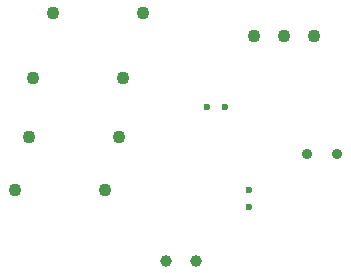
<source format=gbr>
%TF.GenerationSoftware,KiCad,Pcbnew,8.0.6*%
%TF.CreationDate,2024-11-05T23:50:03+05:30*%
%TF.ProjectId,power_suppy,706f7765-725f-4737-9570-70792e6b6963,rev?*%
%TF.SameCoordinates,Original*%
%TF.FileFunction,Plated,1,2,PTH,Drill*%
%TF.FilePolarity,Positive*%
%FSLAX46Y46*%
G04 Gerber Fmt 4.6, Leading zero omitted, Abs format (unit mm)*
G04 Created by KiCad (PCBNEW 8.0.6) date 2024-11-05 23:50:03*
%MOMM*%
%LPD*%
G01*
G04 APERTURE LIST*
%TA.AperFunction,ComponentDrill*%
%ADD10C,0.600000*%
%TD*%
%TA.AperFunction,ComponentDrill*%
%ADD11C,0.900000*%
%TD*%
%TA.AperFunction,ComponentDrill*%
%ADD12C,1.000000*%
%TD*%
%TA.AperFunction,ComponentDrill*%
%ADD13C,1.100000*%
%TD*%
G04 APERTURE END LIST*
D10*
%TO.C,C1*%
X68154801Y-45500000D03*
X69654801Y-45500000D03*
%TO.C,C2*%
X71690000Y-52500000D03*
X71690000Y-54000000D03*
D11*
%TO.C,D5*%
X76650000Y-49500000D03*
X79190000Y-49500000D03*
D12*
%TO.C,Input1*%
X64690000Y-58500000D03*
X67190000Y-58500000D03*
D13*
%TO.C,D3*%
X51880000Y-52500000D03*
%TO.C,D4*%
X53070000Y-48000000D03*
%TO.C,D2*%
X53380000Y-43000000D03*
%TO.C,D1*%
X55070000Y-37500000D03*
%TO.C,D3*%
X59500000Y-52500000D03*
%TO.C,D4*%
X60690000Y-48000000D03*
%TO.C,D2*%
X61000000Y-43000000D03*
%TO.C,D1*%
X62690000Y-37500000D03*
%TO.C,U1*%
X72150000Y-39445000D03*
X74690000Y-39445000D03*
X77230000Y-39445000D03*
M02*

</source>
